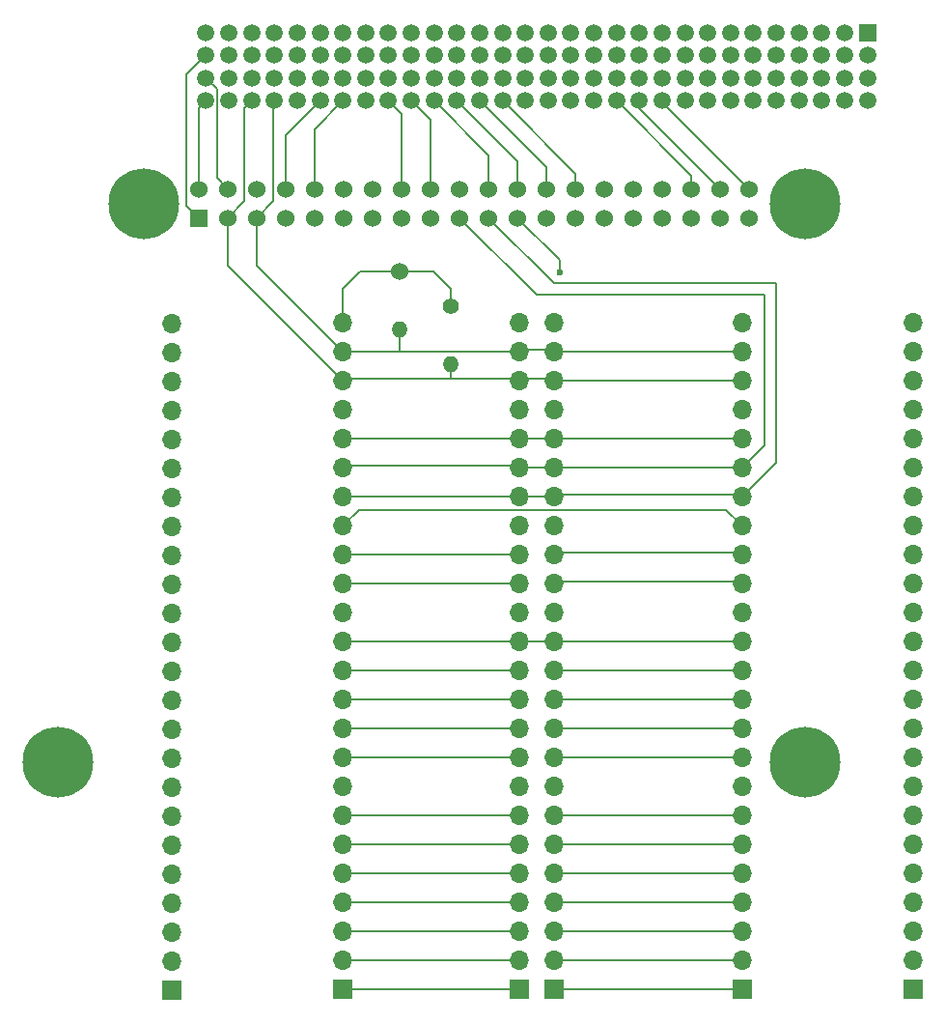
<source format=gbr>
%TF.GenerationSoftware,KiCad,Pcbnew,8.0.0*%
%TF.CreationDate,2025-01-17T03:29:13+02:00*%
%TF.ProjectId,diplomna_2024_pcb_layout,6469706c-6f6d-46e6-915f-323032345f70,rev?*%
%TF.SameCoordinates,Original*%
%TF.FileFunction,Copper,L1,Top*%
%TF.FilePolarity,Positive*%
%FSLAX46Y46*%
G04 Gerber Fmt 4.6, Leading zero omitted, Abs format (unit mm)*
G04 Created by KiCad (PCBNEW 8.0.0) date 2025-01-17 03:29:13*
%MOMM*%
%LPD*%
G01*
G04 APERTURE LIST*
%TA.AperFunction,ComponentPad*%
%ADD10R,1.700000X1.700000*%
%TD*%
%TA.AperFunction,ComponentPad*%
%ADD11O,1.700000X1.700000*%
%TD*%
%TA.AperFunction,ComponentPad*%
%ADD12C,6.200000*%
%TD*%
%TA.AperFunction,ComponentPad*%
%ADD13R,1.524000X1.524000*%
%TD*%
%TA.AperFunction,ComponentPad*%
%ADD14C,1.524000*%
%TD*%
%TA.AperFunction,ComponentPad*%
%ADD15R,1.500000X1.500000*%
%TD*%
%TA.AperFunction,ComponentPad*%
%ADD16C,1.500000*%
%TD*%
%TA.AperFunction,ComponentPad*%
%ADD17O,1.400000X1.400000*%
%TD*%
%TA.AperFunction,ComponentPad*%
%ADD18C,1.400000*%
%TD*%
%TA.AperFunction,ViaPad*%
%ADD19C,0.600000*%
%TD*%
%TA.AperFunction,Conductor*%
%ADD20C,0.200000*%
%TD*%
G04 APERTURE END LIST*
D10*
%TO.P,REF\u002A\u002A,1*%
%TO.N,I/O*%
X186000000Y-138400000D03*
D11*
%TO.P,REF\u002A\u002A,2*%
X186000000Y-135860000D03*
%TO.P,REF\u002A\u002A,3*%
X186000000Y-133320000D03*
%TO.P,REF\u002A\u002A,4*%
X186000000Y-130780000D03*
%TO.P,REF\u002A\u002A,5*%
X186000000Y-128240000D03*
%TO.P,REF\u002A\u002A,6*%
X186000000Y-125700000D03*
%TO.P,REF\u002A\u002A,7*%
X186000000Y-123160000D03*
%TO.P,REF\u002A\u002A,8*%
%TO.N,N/C*%
X186000000Y-120620000D03*
%TO.P,REF\u002A\u002A,9*%
%TO.N,CS*%
X186000000Y-118080000D03*
%TO.P,REF\u002A\u002A,10*%
X186000000Y-115540000D03*
%TO.P,REF\u002A\u002A,11*%
X186000000Y-113000000D03*
%TO.P,REF\u002A\u002A,12*%
X186000000Y-110460000D03*
%TO.P,REF\u002A\u002A,13*%
X186000000Y-107920000D03*
%TO.P,REF\u002A\u002A,14*%
%TO.N,N/C*%
X186000000Y-105380000D03*
%TO.P,REF\u002A\u002A,15*%
%TO.N,analog*%
X186000000Y-102840000D03*
%TO.P,REF\u002A\u002A,16*%
X186000000Y-100300000D03*
%TO.P,REF\u002A\u002A,17*%
%TO.N,CS*%
X186000000Y-97760000D03*
%TO.P,REF\u002A\u002A,18*%
%TO.N,miso*%
X186000000Y-95220000D03*
%TO.P,REF\u002A\u002A,19*%
%TO.N,mosi*%
X186000000Y-92680000D03*
%TO.P,REF\u002A\u002A,20*%
%TO.N,scl*%
X186000000Y-90140000D03*
%TO.P,REF\u002A\u002A,21*%
%TO.N,N/C*%
X186000000Y-87600000D03*
%TO.P,REF\u002A\u002A,22*%
%TO.N,sda_i2c*%
X186000000Y-85060000D03*
%TO.P,REF\u002A\u002A,23*%
%TO.N,scl_i2c*%
X186000000Y-82520000D03*
%TO.P,REF\u002A\u002A,24*%
%TO.N,VDD*%
X186000000Y-79980000D03*
%TD*%
D12*
%TO.P,,S4*%
%TO.N,GND*%
X161000000Y-118500000D03*
%TD*%
D13*
%TO.P,REF\u002A\u002A,1*%
%TO.N,3.3v*%
X173370000Y-70770000D03*
D14*
%TO.P,REF\u002A\u002A,2*%
%TO.N,VDD*%
X173370000Y-68230000D03*
%TO.P,REF\u002A\u002A,3*%
%TO.N,sda_i2c*%
X175910000Y-70770000D03*
%TO.P,REF\u002A\u002A,4*%
%TO.N,VDD*%
X175910000Y-68230000D03*
%TO.P,REF\u002A\u002A,5*%
%TO.N,scl_i2c*%
X178450000Y-70770000D03*
%TO.P,REF\u002A\u002A,6*%
%TO.N,GND*%
X178450000Y-68230000D03*
%TO.P,REF\u002A\u002A,7*%
%TO.N,N/C*%
X180990000Y-70770000D03*
%TO.P,REF\u002A\u002A,8*%
%TO.N,tx*%
X180990000Y-68230000D03*
%TO.P,REF\u002A\u002A,9*%
%TO.N,GND*%
X183530000Y-70770000D03*
%TO.P,REF\u002A\u002A,10*%
%TO.N,rx*%
X183530000Y-68230000D03*
%TO.P,REF\u002A\u002A,11*%
%TO.N,N/C*%
X186070000Y-70770000D03*
%TO.P,REF\u002A\u002A,12*%
X186070000Y-68230000D03*
%TO.P,REF\u002A\u002A,13*%
X188610000Y-70770000D03*
%TO.P,REF\u002A\u002A,14*%
%TO.N,GND*%
X188610000Y-68230000D03*
%TO.P,REF\u002A\u002A,15*%
%TO.N,N/C*%
X191150000Y-70770000D03*
%TO.P,REF\u002A\u002A,16*%
%TO.N,I/O*%
X191150000Y-68230000D03*
%TO.P,REF\u002A\u002A,17*%
%TO.N,N/C*%
X193690000Y-70770000D03*
%TO.P,REF\u002A\u002A,18*%
%TO.N,I/O*%
X193690000Y-68230000D03*
%TO.P,REF\u002A\u002A,19*%
%TO.N,mosi*%
X196230000Y-70770000D03*
%TO.P,REF\u002A\u002A,20*%
%TO.N,GND*%
X196230000Y-68230000D03*
%TO.P,REF\u002A\u002A,21*%
%TO.N,miso*%
X198770000Y-70770000D03*
%TO.P,REF\u002A\u002A,22*%
%TO.N,I/O*%
X198770000Y-68230000D03*
%TO.P,REF\u002A\u002A,23*%
%TO.N,scl*%
X201310000Y-70770000D03*
%TO.P,REF\u002A\u002A,24*%
%TO.N,I/O*%
X201310000Y-68230000D03*
%TO.P,REF\u002A\u002A,25*%
%TO.N,GND*%
X203850000Y-70770000D03*
%TO.P,REF\u002A\u002A,26*%
%TO.N,I/O*%
X203850000Y-68230000D03*
%TO.P,REF\u002A\u002A,27*%
%TO.N,N/C*%
X206390000Y-70770000D03*
%TO.P,REF\u002A\u002A,28*%
%TO.N,I/O*%
X206390000Y-68230000D03*
%TO.P,REF\u002A\u002A,29*%
%TO.N,N/C*%
X208930000Y-70770000D03*
%TO.P,REF\u002A\u002A,30*%
%TO.N,GND*%
X208930000Y-68230000D03*
%TO.P,REF\u002A\u002A,31*%
%TO.N,N/C*%
X211470000Y-70770000D03*
%TO.P,REF\u002A\u002A,32*%
X211470000Y-68230000D03*
%TO.P,REF\u002A\u002A,33*%
X214010000Y-70770000D03*
%TO.P,REF\u002A\u002A,34*%
%TO.N,GND*%
X214010000Y-68230000D03*
%TO.P,REF\u002A\u002A,35*%
%TO.N,N/C*%
X216550000Y-70770000D03*
%TO.P,REF\u002A\u002A,36*%
%TO.N,I/O*%
X216550000Y-68230000D03*
%TO.P,REF\u002A\u002A,37*%
%TO.N,N/C*%
X219090000Y-70770000D03*
%TO.P,REF\u002A\u002A,38*%
%TO.N,I/O*%
X219090000Y-68230000D03*
%TO.P,REF\u002A\u002A,39*%
%TO.N,GND*%
X221630000Y-70770000D03*
%TO.P,REF\u002A\u002A,40*%
%TO.N,I/O*%
X221630000Y-68230000D03*
D12*
%TO.P,REF\u002A\u002A,S1*%
%TO.N,GND*%
X168500000Y-69500000D03*
%TO.P,REF\u002A\u002A,S2*%
X226500000Y-69500000D03*
%TO.P,REF\u002A\u002A,S3*%
X226500000Y-118500000D03*
%TD*%
D10*
%TO.P,REF\u002A\u002A,1*%
%TO.N,N/C*%
X236000000Y-138400000D03*
D11*
%TO.P,REF\u002A\u002A,2*%
X236000000Y-135860000D03*
%TO.P,REF\u002A\u002A,3*%
X236000000Y-133320000D03*
%TO.P,REF\u002A\u002A,4*%
X236000000Y-130780000D03*
%TO.P,REF\u002A\u002A,5*%
X236000000Y-128240000D03*
%TO.P,REF\u002A\u002A,6*%
X236000000Y-125700000D03*
%TO.P,REF\u002A\u002A,7*%
X236000000Y-123160000D03*
%TO.P,REF\u002A\u002A,8*%
X236000000Y-120620000D03*
%TO.P,REF\u002A\u002A,9*%
X236000000Y-118080000D03*
%TO.P,REF\u002A\u002A,10*%
X236000000Y-115540000D03*
%TO.P,REF\u002A\u002A,11*%
X236000000Y-113000000D03*
%TO.P,REF\u002A\u002A,12*%
X236000000Y-110460000D03*
%TO.P,REF\u002A\u002A,13*%
X236000000Y-107920000D03*
%TO.P,REF\u002A\u002A,14*%
X236000000Y-105380000D03*
%TO.P,REF\u002A\u002A,15*%
X236000000Y-102840000D03*
%TO.P,REF\u002A\u002A,16*%
X236000000Y-100300000D03*
%TO.P,REF\u002A\u002A,17*%
X236000000Y-97760000D03*
%TO.P,REF\u002A\u002A,18*%
X236000000Y-95220000D03*
%TO.P,REF\u002A\u002A,19*%
X236000000Y-92680000D03*
%TO.P,REF\u002A\u002A,20*%
X236000000Y-90140000D03*
%TO.P,REF\u002A\u002A,21*%
X236000000Y-87600000D03*
%TO.P,REF\u002A\u002A,22*%
X236000000Y-85060000D03*
%TO.P,REF\u002A\u002A,23*%
X236000000Y-82520000D03*
%TO.P,REF\u002A\u002A,24*%
%TO.N,VDD*%
X236000000Y-79980000D03*
%TD*%
D10*
%TO.P,REF\u002A\u002A,1*%
%TO.N,I/O*%
X204500000Y-138400000D03*
D11*
%TO.P,REF\u002A\u002A,2*%
X204500000Y-135860000D03*
%TO.P,REF\u002A\u002A,3*%
X204500000Y-133320000D03*
%TO.P,REF\u002A\u002A,4*%
X204500000Y-130780000D03*
%TO.P,REF\u002A\u002A,5*%
X204500000Y-128240000D03*
%TO.P,REF\u002A\u002A,6*%
X204500000Y-125700000D03*
%TO.P,REF\u002A\u002A,7*%
X204500000Y-123160000D03*
%TO.P,REF\u002A\u002A,8*%
%TO.N,N/C*%
X204500000Y-120620000D03*
%TO.P,REF\u002A\u002A,9*%
%TO.N,CS*%
X204500000Y-118080000D03*
%TO.P,REF\u002A\u002A,10*%
X204500000Y-115540000D03*
%TO.P,REF\u002A\u002A,11*%
X204500000Y-113000000D03*
%TO.P,REF\u002A\u002A,12*%
X204500000Y-110460000D03*
%TO.P,REF\u002A\u002A,13*%
X204500000Y-107920000D03*
%TO.P,REF\u002A\u002A,14*%
%TO.N,N/C*%
X204500000Y-105380000D03*
%TO.P,REF\u002A\u002A,15*%
%TO.N,analog*%
X204500000Y-102840000D03*
%TO.P,REF\u002A\u002A,16*%
X204500000Y-100300000D03*
%TO.P,REF\u002A\u002A,17*%
%TO.N,N/C*%
X204500000Y-97760000D03*
%TO.P,REF\u002A\u002A,18*%
%TO.N,miso*%
X204500000Y-95220000D03*
%TO.P,REF\u002A\u002A,19*%
%TO.N,mosi*%
X204500000Y-92680000D03*
%TO.P,REF\u002A\u002A,20*%
%TO.N,scl*%
X204500000Y-90140000D03*
%TO.P,REF\u002A\u002A,21*%
%TO.N,N/C*%
X204500000Y-87600000D03*
%TO.P,REF\u002A\u002A,22*%
%TO.N,sda_i2c*%
X204500000Y-85060000D03*
%TO.P,REF\u002A\u002A,23*%
%TO.N,scl_i2c*%
X204500000Y-82520000D03*
%TO.P,REF\u002A\u002A,24*%
%TO.N,N/C*%
X204500000Y-79980000D03*
%TD*%
D10*
%TO.P,REF\u002A\u002A,1*%
%TO.N,I/O*%
X201500000Y-138400000D03*
D11*
%TO.P,REF\u002A\u002A,2*%
X201500000Y-135860000D03*
%TO.P,REF\u002A\u002A,3*%
X201500000Y-133320000D03*
%TO.P,REF\u002A\u002A,4*%
X201500000Y-130780000D03*
%TO.P,REF\u002A\u002A,5*%
X201500000Y-128240000D03*
%TO.P,REF\u002A\u002A,6*%
X201500000Y-125700000D03*
%TO.P,REF\u002A\u002A,7*%
X201500000Y-123160000D03*
%TO.P,REF\u002A\u002A,8*%
%TO.N,N/C*%
X201500000Y-120620000D03*
%TO.P,REF\u002A\u002A,9*%
%TO.N,CS*%
X201500000Y-118080000D03*
%TO.P,REF\u002A\u002A,10*%
X201500000Y-115540000D03*
%TO.P,REF\u002A\u002A,11*%
X201500000Y-113000000D03*
%TO.P,REF\u002A\u002A,12*%
X201500000Y-110460000D03*
%TO.P,REF\u002A\u002A,13*%
X201500000Y-107920000D03*
%TO.P,REF\u002A\u002A,14*%
%TO.N,N/C*%
X201500000Y-105380000D03*
%TO.P,REF\u002A\u002A,15*%
%TO.N,analog*%
X201500000Y-102840000D03*
%TO.P,REF\u002A\u002A,16*%
X201500000Y-100300000D03*
%TO.P,REF\u002A\u002A,17*%
%TO.N,N/C*%
X201500000Y-97760000D03*
%TO.P,REF\u002A\u002A,18*%
%TO.N,miso*%
X201500000Y-95220000D03*
%TO.P,REF\u002A\u002A,19*%
%TO.N,mosi*%
X201500000Y-92680000D03*
%TO.P,REF\u002A\u002A,20*%
%TO.N,scl*%
X201500000Y-90140000D03*
%TO.P,REF\u002A\u002A,21*%
%TO.N,N/C*%
X201500000Y-87600000D03*
%TO.P,REF\u002A\u002A,22*%
%TO.N,sda_i2c*%
X201500000Y-85060000D03*
%TO.P,REF\u002A\u002A,23*%
%TO.N,scl_i2c*%
X201500000Y-82520000D03*
%TO.P,REF\u002A\u002A,24*%
%TO.N,N/C*%
X201500000Y-79980000D03*
%TD*%
D10*
%TO.P,REF\u002A\u002A,1*%
%TO.N,N/C*%
X171000000Y-138420000D03*
D11*
%TO.P,REF\u002A\u002A,2*%
X171000000Y-135880000D03*
%TO.P,REF\u002A\u002A,3*%
X171000000Y-133340000D03*
%TO.P,REF\u002A\u002A,4*%
X171000000Y-130800000D03*
%TO.P,REF\u002A\u002A,5*%
X171000000Y-128260000D03*
%TO.P,REF\u002A\u002A,6*%
X171000000Y-125720000D03*
%TO.P,REF\u002A\u002A,7*%
X171000000Y-123180000D03*
%TO.P,REF\u002A\u002A,8*%
X171000000Y-120640000D03*
%TO.P,REF\u002A\u002A,9*%
X171000000Y-118100000D03*
%TO.P,REF\u002A\u002A,10*%
X171000000Y-115560000D03*
%TO.P,REF\u002A\u002A,11*%
X171000000Y-113020000D03*
%TO.P,REF\u002A\u002A,12*%
X171000000Y-110480000D03*
%TO.P,REF\u002A\u002A,13*%
X171000000Y-107940000D03*
%TO.P,REF\u002A\u002A,14*%
X171000000Y-105400000D03*
%TO.P,REF\u002A\u002A,15*%
X171000000Y-102860000D03*
%TO.P,REF\u002A\u002A,16*%
X171000000Y-100320000D03*
%TO.P,REF\u002A\u002A,17*%
X171000000Y-97780000D03*
%TO.P,REF\u002A\u002A,18*%
X171000000Y-95240000D03*
%TO.P,REF\u002A\u002A,19*%
X171000000Y-92700000D03*
%TO.P,REF\u002A\u002A,20*%
X171000000Y-90160000D03*
%TO.P,REF\u002A\u002A,21*%
X171000000Y-87620000D03*
%TO.P,REF\u002A\u002A,22*%
X171000000Y-85080000D03*
%TO.P,REF\u002A\u002A,23*%
X171000000Y-82540000D03*
%TO.P,REF\u002A\u002A,24*%
%TO.N,GND*%
X171000000Y-80000000D03*
%TD*%
D15*
%TO.P,J\u002A\u002A,1*%
%TO.N,GND*%
X232000000Y-54500000D03*
D16*
%TO.P,J\u002A\u002A,2*%
X230000000Y-54500000D03*
%TO.P,J\u002A\u002A,3*%
%TO.N,N/C*%
X228000000Y-54500000D03*
%TO.P,J\u002A\u002A,4*%
X226000000Y-54500000D03*
%TO.P,J\u002A\u002A,5*%
X224000000Y-54500000D03*
%TO.P,J\u002A\u002A,6*%
X222000000Y-54500000D03*
%TO.P,J\u002A\u002A,7*%
X220000000Y-54500000D03*
%TO.P,J\u002A\u002A,8*%
X218000000Y-54500000D03*
%TO.P,J\u002A\u002A,9*%
X216000000Y-54500000D03*
%TO.P,J\u002A\u002A,10*%
X214000000Y-54500000D03*
%TO.P,J\u002A\u002A,11*%
X212000000Y-54500000D03*
%TO.P,J\u002A\u002A,12*%
X210000000Y-54500000D03*
%TO.P,J\u002A\u002A,13*%
X208000000Y-54500000D03*
%TO.P,J\u002A\u002A,14*%
X206000000Y-54500000D03*
%TO.P,J\u002A\u002A,15*%
X204000000Y-54500000D03*
%TO.P,J\u002A\u002A,16*%
X202000000Y-54500000D03*
%TO.P,J\u002A\u002A,17*%
X200000000Y-54500000D03*
%TO.P,J\u002A\u002A,18*%
X198000000Y-54500000D03*
%TO.P,J\u002A\u002A,19*%
X196000000Y-54500000D03*
%TO.P,J\u002A\u002A,20*%
X194000000Y-54500000D03*
%TO.P,J\u002A\u002A,21*%
X192000000Y-54500000D03*
%TO.P,J\u002A\u002A,22*%
X190000000Y-54500000D03*
%TO.P,J\u002A\u002A,23*%
X188000000Y-54500000D03*
%TO.P,J\u002A\u002A,24*%
X186000000Y-54500000D03*
%TO.P,J\u002A\u002A,25*%
X184000000Y-54500000D03*
%TO.P,J\u002A\u002A,26*%
X182000000Y-54500000D03*
%TO.P,J\u002A\u002A,27*%
X180000000Y-54500000D03*
%TO.P,J\u002A\u002A,28*%
X178000000Y-54500000D03*
%TO.P,J\u002A\u002A,29*%
X176000000Y-54500000D03*
%TO.P,J\u002A\u002A,30*%
%TO.N,GND*%
X174000000Y-54500000D03*
%TO.P,J\u002A\u002A,31*%
X232000000Y-56500000D03*
%TO.P,J\u002A\u002A,32*%
%TO.N,N/C*%
X230000000Y-56500000D03*
%TO.P,J\u002A\u002A,33*%
X228000000Y-56500000D03*
%TO.P,J\u002A\u002A,34*%
X226000000Y-56500000D03*
%TO.P,J\u002A\u002A,35*%
X224000000Y-56500000D03*
%TO.P,J\u002A\u002A,36*%
X222000000Y-56500000D03*
%TO.P,J\u002A\u002A,37*%
X220000000Y-56500000D03*
%TO.P,J\u002A\u002A,38*%
X218000000Y-56500000D03*
%TO.P,J\u002A\u002A,39*%
X216000000Y-56500000D03*
%TO.P,J\u002A\u002A,40*%
X214000000Y-56500000D03*
%TO.P,J\u002A\u002A,41*%
X212000000Y-56500000D03*
%TO.P,J\u002A\u002A,42*%
X210000000Y-56500000D03*
%TO.P,J\u002A\u002A,43*%
X208000000Y-56500000D03*
%TO.P,J\u002A\u002A,44*%
X206000000Y-56500000D03*
%TO.P,J\u002A\u002A,45*%
X204000000Y-56500000D03*
%TO.P,J\u002A\u002A,46*%
X202000000Y-56500000D03*
%TO.P,J\u002A\u002A,47*%
X200000000Y-56500000D03*
%TO.P,J\u002A\u002A,48*%
X198000000Y-56500000D03*
%TO.P,J\u002A\u002A,49*%
X196000000Y-56500000D03*
%TO.P,J\u002A\u002A,50*%
X194000000Y-56500000D03*
%TO.P,J\u002A\u002A,51*%
X192000000Y-56500000D03*
%TO.P,J\u002A\u002A,52*%
X190000000Y-56500000D03*
%TO.P,J\u002A\u002A,53*%
X188000000Y-56500000D03*
%TO.P,J\u002A\u002A,54*%
X186000000Y-56500000D03*
%TO.P,J\u002A\u002A,55*%
X184000000Y-56500000D03*
%TO.P,J\u002A\u002A,56*%
X182000000Y-56500000D03*
%TO.P,J\u002A\u002A,57*%
X180000000Y-56500000D03*
%TO.P,J\u002A\u002A,58*%
X178000000Y-56500000D03*
%TO.P,J\u002A\u002A,59*%
X176000000Y-56500000D03*
%TO.P,J\u002A\u002A,60*%
%TO.N,3.3v*%
X174000000Y-56500000D03*
%TO.P,J\u002A\u002A,61*%
%TO.N,N/C*%
X232000000Y-58500000D03*
%TO.P,J\u002A\u002A,62*%
X230000000Y-58500000D03*
%TO.P,J\u002A\u002A,63*%
X228000000Y-58500000D03*
%TO.P,J\u002A\u002A,64*%
X226000000Y-58500000D03*
%TO.P,J\u002A\u002A,65*%
X224000000Y-58500000D03*
%TO.P,J\u002A\u002A,66*%
X222000000Y-58500000D03*
%TO.P,J\u002A\u002A,67*%
X220000000Y-58500000D03*
%TO.P,J\u002A\u002A,68*%
X218000000Y-58500000D03*
%TO.P,J\u002A\u002A,69*%
X216000000Y-58500000D03*
%TO.P,J\u002A\u002A,70*%
X214000000Y-58500000D03*
%TO.P,J\u002A\u002A,71*%
X212000000Y-58500000D03*
%TO.P,J\u002A\u002A,72*%
X210000000Y-58500000D03*
%TO.P,J\u002A\u002A,73*%
X208000000Y-58500000D03*
%TO.P,J\u002A\u002A,74*%
X206000000Y-58500000D03*
%TO.P,J\u002A\u002A,75*%
X204000000Y-58500000D03*
%TO.P,J\u002A\u002A,76*%
X202000000Y-58500000D03*
%TO.P,J\u002A\u002A,77*%
X200000000Y-58500000D03*
%TO.P,J\u002A\u002A,78*%
X198000000Y-58500000D03*
%TO.P,J\u002A\u002A,79*%
X196000000Y-58500000D03*
%TO.P,J\u002A\u002A,80*%
X194000000Y-58500000D03*
%TO.P,J\u002A\u002A,81*%
X192000000Y-58500000D03*
%TO.P,J\u002A\u002A,82*%
X190000000Y-58500000D03*
%TO.P,J\u002A\u002A,83*%
X188000000Y-58500000D03*
%TO.P,J\u002A\u002A,84*%
X186000000Y-58500000D03*
%TO.P,J\u002A\u002A,85*%
X184000000Y-58500000D03*
%TO.P,J\u002A\u002A,86*%
X182000000Y-58500000D03*
%TO.P,J\u002A\u002A,87*%
X180000000Y-58500000D03*
%TO.P,J\u002A\u002A,88*%
X178000000Y-58500000D03*
%TO.P,J\u002A\u002A,89*%
X176000000Y-58500000D03*
%TO.P,J\u002A\u002A,90*%
%TO.N,VDD*%
X174000000Y-58500000D03*
%TO.P,J\u002A\u002A,91*%
%TO.N,N/C*%
X232000000Y-60500000D03*
%TO.P,J\u002A\u002A,92*%
X230000000Y-60500000D03*
%TO.P,J\u002A\u002A,93*%
X228000000Y-60500000D03*
%TO.P,J\u002A\u002A,94*%
X226000000Y-60500000D03*
%TO.P,J\u002A\u002A,95*%
X224000000Y-60500000D03*
%TO.P,J\u002A\u002A,96*%
X222000000Y-60500000D03*
%TO.P,J\u002A\u002A,97*%
X220000000Y-60500000D03*
%TO.P,J\u002A\u002A,98*%
X218000000Y-60500000D03*
%TO.P,J\u002A\u002A,99*%
X216000000Y-60500000D03*
%TO.P,J\u002A\u002A,100*%
%TO.N,I/O*%
X214000000Y-60500000D03*
%TO.P,J\u002A\u002A,101*%
X212000000Y-60500000D03*
%TO.P,J\u002A\u002A,102*%
X210000000Y-60500000D03*
%TO.P,J\u002A\u002A,103*%
%TO.N,N/C*%
X208000000Y-60500000D03*
%TO.P,J\u002A\u002A,104*%
X206000000Y-60500000D03*
%TO.P,J\u002A\u002A,105*%
X204000000Y-60500000D03*
%TO.P,J\u002A\u002A,106*%
X202000000Y-60500000D03*
%TO.P,J\u002A\u002A,107*%
%TO.N,I/O*%
X200000000Y-60500000D03*
%TO.P,J\u002A\u002A,108*%
X198000000Y-60500000D03*
%TO.P,J\u002A\u002A,109*%
X196000000Y-60500000D03*
%TO.P,J\u002A\u002A,110*%
X194000000Y-60500000D03*
%TO.P,J\u002A\u002A,111*%
X192000000Y-60500000D03*
%TO.P,J\u002A\u002A,112*%
X190000000Y-60500000D03*
%TO.P,J\u002A\u002A,113*%
%TO.N,N/C*%
X188000000Y-60500000D03*
%TO.P,J\u002A\u002A,114*%
%TO.N,rx*%
X186000000Y-60500000D03*
%TO.P,J\u002A\u002A,115*%
%TO.N,tx*%
X184000000Y-60500000D03*
%TO.P,J\u002A\u002A,116*%
%TO.N,N/C*%
X182000000Y-60500000D03*
%TO.P,J\u002A\u002A,117*%
%TO.N,scl_i2c*%
X180000000Y-60500000D03*
%TO.P,J\u002A\u002A,118*%
%TO.N,sda_i2c*%
X178000000Y-60500000D03*
%TO.P,J\u002A\u002A,119*%
%TO.N,N/C*%
X176000000Y-60500000D03*
%TO.P,J\u002A\u002A,120*%
%TO.N,VDD*%
X174000000Y-60500000D03*
%TD*%
D14*
%TO.P,REF\u002A\u002A,1*%
%TO.N,VDD*%
X191000000Y-75460000D03*
D17*
%TO.P,REF\u002A\u002A,2*%
%TO.N,scl_i2c*%
X191000000Y-80540000D03*
%TD*%
D18*
%TO.P,REF\u002A\u002A,1*%
%TO.N,VDD*%
X195500000Y-78460000D03*
D17*
%TO.P,REF\u002A\u002A,3*%
%TO.N,sda_i2c*%
X195500000Y-83540000D03*
%TD*%
D10*
%TO.P,REF\u002A\u002A,1*%
%TO.N,I/O*%
X221000000Y-138400000D03*
D11*
%TO.P,REF\u002A\u002A,2*%
X221000000Y-135860000D03*
%TO.P,REF\u002A\u002A,3*%
X221000000Y-133320000D03*
%TO.P,REF\u002A\u002A,4*%
X221000000Y-130780000D03*
%TO.P,REF\u002A\u002A,5*%
X221000000Y-128240000D03*
%TO.P,REF\u002A\u002A,6*%
X221000000Y-125700000D03*
%TO.P,REF\u002A\u002A,7*%
X221000000Y-123160000D03*
%TO.P,REF\u002A\u002A,8*%
%TO.N,N/C*%
X221000000Y-120620000D03*
%TO.P,REF\u002A\u002A,9*%
%TO.N,CS*%
X221000000Y-118080000D03*
%TO.P,REF\u002A\u002A,10*%
X221000000Y-115540000D03*
%TO.P,REF\u002A\u002A,11*%
X221000000Y-113000000D03*
%TO.P,REF\u002A\u002A,12*%
X221000000Y-110460000D03*
%TO.P,REF\u002A\u002A,13*%
X221000000Y-107920000D03*
%TO.P,REF\u002A\u002A,14*%
%TO.N,N/C*%
X221000000Y-105380000D03*
%TO.P,REF\u002A\u002A,15*%
%TO.N,analog*%
X221000000Y-102840000D03*
%TO.P,REF\u002A\u002A,16*%
X221000000Y-100300000D03*
%TO.P,REF\u002A\u002A,17*%
%TO.N,CS*%
X221000000Y-97760000D03*
%TO.P,REF\u002A\u002A,18*%
%TO.N,miso*%
X221000000Y-95220000D03*
%TO.P,REF\u002A\u002A,19*%
%TO.N,mosi*%
X221000000Y-92680000D03*
%TO.P,REF\u002A\u002A,20*%
%TO.N,scl*%
X221000000Y-90140000D03*
%TO.P,REF\u002A\u002A,21*%
%TO.N,N/C*%
X221000000Y-87600000D03*
%TO.P,REF\u002A\u002A,22*%
%TO.N,sda_i2c*%
X221000000Y-85060000D03*
%TO.P,REF\u002A\u002A,23*%
%TO.N,scl_i2c*%
X221000000Y-82520000D03*
%TO.P,REF\u002A\u002A,24*%
%TO.N,GND*%
X221000000Y-79980000D03*
%TD*%
D19*
%TO.N,scl*%
X205000000Y-75500000D03*
%TD*%
D20*
%TO.N,VDD*%
X187540000Y-75460000D02*
X186000000Y-77000000D01*
X175910000Y-68230000D02*
X174950000Y-67270000D01*
X173370000Y-68230000D02*
X173370000Y-61130000D01*
X173370000Y-61130000D02*
X174000000Y-60500000D01*
X195500000Y-78460000D02*
X195500000Y-77000000D01*
X186000000Y-77000000D02*
X186000000Y-79980000D01*
X174950000Y-59450000D02*
X174000000Y-58500000D01*
X193960000Y-75460000D02*
X191000000Y-75460000D01*
X191000000Y-75460000D02*
X187540000Y-75460000D01*
X195500000Y-77000000D02*
X193960000Y-75460000D01*
X174950000Y-67270000D02*
X174950000Y-59450000D01*
%TO.N,CS*%
X204500000Y-115540000D02*
X221000000Y-115540000D01*
X204500000Y-118080000D02*
X221000000Y-118080000D01*
X204500000Y-107920000D02*
X201500000Y-107920000D01*
X201500000Y-110460000D02*
X186000000Y-110460000D01*
X186000000Y-113000000D02*
X201500000Y-113000000D01*
X204500000Y-113000000D02*
X221000000Y-113000000D01*
X186000000Y-118080000D02*
X201500000Y-118080000D01*
X187390000Y-96370000D02*
X219610000Y-96370000D01*
X220880000Y-97560000D02*
X221000000Y-97680000D01*
X186000000Y-107920000D02*
X201500000Y-107920000D01*
X201500000Y-115540000D02*
X186000000Y-115540000D01*
X219610000Y-96370000D02*
X221000000Y-97760000D01*
X186000000Y-97760000D02*
X187390000Y-96370000D01*
X204500000Y-110460000D02*
X221000000Y-110460000D01*
X204500000Y-107920000D02*
X221000000Y-107920000D01*
%TO.N,tx*%
X180990000Y-68230000D02*
X180990000Y-63510000D01*
X180990000Y-63510000D02*
X184000000Y-60500000D01*
%TO.N,rx*%
X183530000Y-68230000D02*
X183530000Y-62970000D01*
X183530000Y-62970000D02*
X186000000Y-60500000D01*
%TO.N,3.3v*%
X172308000Y-58192000D02*
X174000000Y-56500000D01*
X172308000Y-69708000D02*
X172308000Y-58192000D01*
X173370000Y-70770000D02*
X172308000Y-69708000D01*
%TO.N,scl_i2c*%
X179928000Y-69292000D02*
X179928000Y-60572000D01*
X220880000Y-82340000D02*
X221000000Y-82460000D01*
X186000000Y-82520000D02*
X191000000Y-82520000D01*
X178450000Y-70770000D02*
X178450000Y-74970000D01*
X204940000Y-82440000D02*
X221000000Y-82440000D01*
X179928000Y-60572000D02*
X180000000Y-60500000D01*
X201300000Y-82520000D02*
X201500000Y-82320000D01*
X204500000Y-82320000D02*
X204820000Y-82320000D01*
X191000000Y-80540000D02*
X191000000Y-82520000D01*
X201500000Y-82320000D02*
X204500000Y-82320000D01*
X204820000Y-82320000D02*
X204940000Y-82440000D01*
X191000000Y-82520000D02*
X201300000Y-82520000D01*
X186200000Y-82340000D02*
X186000000Y-82540000D01*
X178450000Y-74970000D02*
X186000000Y-82520000D01*
X178450000Y-70770000D02*
X179928000Y-69292000D01*
%TO.N,sda_i2c*%
X221000000Y-84980000D02*
X204620000Y-84980000D01*
X186200000Y-84860000D02*
X186000000Y-85060000D01*
X204620000Y-85000000D02*
X204500000Y-84880000D01*
X201500000Y-84860000D02*
X195500000Y-84860000D01*
X177388000Y-61112000D02*
X178000000Y-60500000D01*
X195500000Y-84860000D02*
X186200000Y-84860000D01*
X201500000Y-84860000D02*
X204500000Y-84860000D01*
X186200000Y-84880000D02*
X186000000Y-85080000D01*
X175910000Y-70770000D02*
X177388000Y-69292000D01*
X175910000Y-70770000D02*
X175910000Y-74970000D01*
X177388000Y-69292000D02*
X177388000Y-61112000D01*
X204620000Y-84980000D02*
X204500000Y-84860000D01*
X195500000Y-83540000D02*
X195500000Y-84860000D01*
X175910000Y-74970000D02*
X186000000Y-85060000D01*
%TO.N,scl*%
X201500000Y-90140000D02*
X204500000Y-90140000D01*
X201310000Y-70770000D02*
X205000000Y-74460000D01*
X204620000Y-90060000D02*
X204500000Y-89940000D01*
X221000000Y-90060000D02*
X204620000Y-90060000D01*
X186000000Y-90140000D02*
X201300000Y-90140000D01*
X204500000Y-89940000D02*
X204940000Y-89940000D01*
X204940000Y-89940000D02*
X205060000Y-90060000D01*
X201300000Y-90140000D02*
X201500000Y-89940000D01*
X205000000Y-74460000D02*
X205000000Y-75500000D01*
%TO.N,mosi*%
X202960000Y-77500000D02*
X223000000Y-77500000D01*
X223000000Y-90680000D02*
X221000000Y-92680000D01*
X201500000Y-92680000D02*
X204500000Y-92680000D01*
X223000000Y-77500000D02*
X223000000Y-90680000D01*
X221000000Y-92600000D02*
X204620000Y-92600000D01*
X201500000Y-92480000D02*
X186200000Y-92480000D01*
X196230000Y-70770000D02*
X202960000Y-77500000D01*
X204620000Y-92600000D02*
X204500000Y-92480000D01*
X186200000Y-92480000D02*
X186000000Y-92680000D01*
%TO.N,miso*%
X201300000Y-95220000D02*
X201500000Y-95020000D01*
X224000000Y-76500000D02*
X224000000Y-92220000D01*
X224000000Y-92220000D02*
X221000000Y-95220000D01*
X201500000Y-95220000D02*
X204500000Y-95220000D01*
X198770000Y-70770000D02*
X204500000Y-76500000D01*
X204500000Y-95020000D02*
X220880000Y-95020000D01*
X186000000Y-95220000D02*
X201300000Y-95220000D01*
X220880000Y-95020000D02*
X221000000Y-95140000D01*
X204500000Y-76500000D02*
X224000000Y-76500000D01*
%TO.N,analog*%
X220880000Y-100100000D02*
X221000000Y-100220000D01*
X186000000Y-102840000D02*
X201300000Y-102840000D01*
X186000000Y-100300000D02*
X201300000Y-100300000D01*
X204500000Y-100100000D02*
X220880000Y-100100000D01*
X201300000Y-100300000D02*
X201500000Y-100100000D01*
X204500000Y-102640000D02*
X220880000Y-102640000D01*
X201300000Y-102840000D02*
X201500000Y-102640000D01*
X220880000Y-102640000D02*
X221000000Y-102760000D01*
%TO.N,I/O*%
X191150000Y-68230000D02*
X191150000Y-61650000D01*
X186000000Y-125700000D02*
X201500000Y-125700000D01*
X212000000Y-61140000D02*
X212000000Y-60500000D01*
X186000000Y-130780000D02*
X201500000Y-130780000D01*
X198770000Y-68230000D02*
X198770000Y-65270000D01*
X204500000Y-128240000D02*
X221000000Y-128240000D01*
X214000000Y-60600000D02*
X214000000Y-60500000D01*
X186000000Y-133320000D02*
X201500000Y-133320000D01*
X186000000Y-138400000D02*
X201500000Y-138400000D01*
X221000000Y-138400000D02*
X204500000Y-138400000D01*
X204500000Y-130780000D02*
X221000000Y-130780000D01*
X201310000Y-68230000D02*
X201310000Y-65810000D01*
X204500000Y-135860000D02*
X221000000Y-135860000D01*
X219090000Y-68230000D02*
X212000000Y-61140000D01*
X216550000Y-67050000D02*
X210000000Y-60500000D01*
X206390000Y-66890000D02*
X200000000Y-60500000D01*
X191150000Y-61650000D02*
X190000000Y-60500000D01*
X221630000Y-68230000D02*
X214000000Y-60600000D01*
X221000000Y-133320000D02*
X204500000Y-133320000D01*
X203850000Y-66350000D02*
X198000000Y-60500000D01*
X186000000Y-128240000D02*
X201500000Y-128240000D01*
X193690000Y-68230000D02*
X193690000Y-62190000D01*
X186000000Y-135860000D02*
X201500000Y-135860000D01*
X216550000Y-68230000D02*
X216550000Y-67050000D01*
X204500000Y-125700000D02*
X221000000Y-125700000D01*
X201310000Y-65810000D02*
X196000000Y-60500000D01*
X203850000Y-68230000D02*
X203850000Y-66350000D01*
X204500000Y-123160000D02*
X221000000Y-123160000D01*
X193690000Y-62190000D02*
X192000000Y-60500000D01*
X186000000Y-123160000D02*
X201500000Y-123160000D01*
X198770000Y-65270000D02*
X194000000Y-60500000D01*
X206390000Y-68230000D02*
X206390000Y-66890000D01*
%TD*%
M02*

</source>
